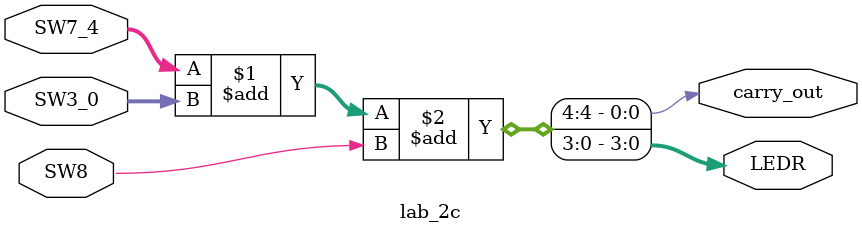
<source format=v>
module lab_2c(
    input [3:0] SW7_4,   // Input A
    input [3:0] SW3_0,   // Input B
    input SW8,           // Carry-in
    output [3:0] LEDR,   // Sum output
    output carry_out      // Carry-out
);
    assign {carry_out, LEDR} = SW7_4 + SW3_0 + SW8;
endmodule

</source>
